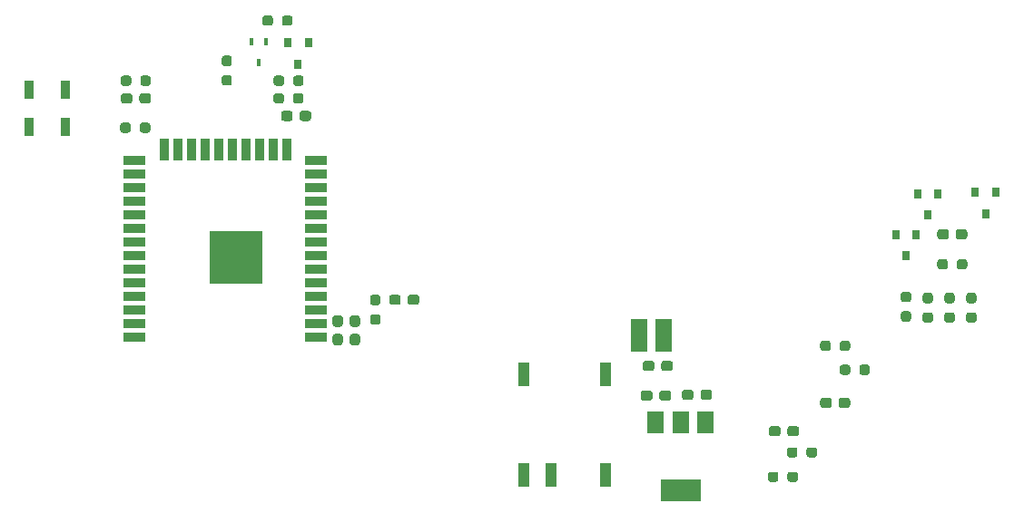
<source format=gbr>
%TF.GenerationSoftware,KiCad,Pcbnew,(5.1.7)-1*%
%TF.CreationDate,2020-12-15T16:08:46+01:00*%
%TF.ProjectId,EZ-PY32,455a2d50-5933-4322-9e6b-696361645f70,rev?*%
%TF.SameCoordinates,Original*%
%TF.FileFunction,Paste,Top*%
%TF.FilePolarity,Positive*%
%FSLAX46Y46*%
G04 Gerber Fmt 4.6, Leading zero omitted, Abs format (unit mm)*
G04 Created by KiCad (PCBNEW (5.1.7)-1) date 2020-12-15 16:08:46*
%MOMM*%
%LPD*%
G01*
G04 APERTURE LIST*
%ADD10R,1.000000X2.300000*%
%ADD11R,5.000000X5.000000*%
%ADD12R,2.000000X0.900000*%
%ADD13R,0.900000X2.000000*%
%ADD14R,0.900000X1.700000*%
%ADD15R,1.500000X2.000000*%
%ADD16R,3.800000X2.000000*%
%ADD17R,0.800000X0.900000*%
%ADD18R,0.450000X0.700000*%
%ADD19R,1.520000X3.050000*%
G04 APERTURE END LIST*
%TO.C,C4*%
G36*
G01*
X89945360Y-104354380D02*
X89945360Y-104829380D01*
G75*
G02*
X89707860Y-105066880I-237500J0D01*
G01*
X89107860Y-105066880D01*
G75*
G02*
X88870360Y-104829380I0J237500D01*
G01*
X88870360Y-104354380D01*
G75*
G02*
X89107860Y-104116880I237500J0D01*
G01*
X89707860Y-104116880D01*
G75*
G02*
X89945360Y-104354380I0J-237500D01*
G01*
G37*
G36*
G01*
X88220360Y-104354380D02*
X88220360Y-104829380D01*
G75*
G02*
X87982860Y-105066880I-237500J0D01*
G01*
X87382860Y-105066880D01*
G75*
G02*
X87145360Y-104829380I0J237500D01*
G01*
X87145360Y-104354380D01*
G75*
G02*
X87382860Y-104116880I237500J0D01*
G01*
X87982860Y-104116880D01*
G75*
G02*
X88220360Y-104354380I0J-237500D01*
G01*
G37*
%TD*%
D10*
%TO.C,U1*%
X76009500Y-114785500D03*
X78549500Y-114785500D03*
X83629500Y-114785500D03*
X76009500Y-105385500D03*
X83629500Y-105385500D03*
%TD*%
%TO.C,R10*%
G36*
G01*
X54539700Y-79843000D02*
X54539700Y-79368000D01*
G75*
G02*
X54777200Y-79130500I237500J0D01*
G01*
X55277200Y-79130500D01*
G75*
G02*
X55514700Y-79368000I0J-237500D01*
G01*
X55514700Y-79843000D01*
G75*
G02*
X55277200Y-80080500I-237500J0D01*
G01*
X54777200Y-80080500D01*
G75*
G02*
X54539700Y-79843000I0J237500D01*
G01*
G37*
G36*
G01*
X52714700Y-79843000D02*
X52714700Y-79368000D01*
G75*
G02*
X52952200Y-79130500I237500J0D01*
G01*
X53452200Y-79130500D01*
G75*
G02*
X53689700Y-79368000I0J-237500D01*
G01*
X53689700Y-79843000D01*
G75*
G02*
X53452200Y-80080500I-237500J0D01*
G01*
X52952200Y-80080500D01*
G75*
G02*
X52714700Y-79843000I0J237500D01*
G01*
G37*
%TD*%
%TO.C,R6*%
G36*
G01*
X113491000Y-99588500D02*
X113966000Y-99588500D01*
G75*
G02*
X114203500Y-99826000I0J-237500D01*
G01*
X114203500Y-100326000D01*
G75*
G02*
X113966000Y-100563500I-237500J0D01*
G01*
X113491000Y-100563500D01*
G75*
G02*
X113253500Y-100326000I0J237500D01*
G01*
X113253500Y-99826000D01*
G75*
G02*
X113491000Y-99588500I237500J0D01*
G01*
G37*
G36*
G01*
X113491000Y-97763500D02*
X113966000Y-97763500D01*
G75*
G02*
X114203500Y-98001000I0J-237500D01*
G01*
X114203500Y-98501000D01*
G75*
G02*
X113966000Y-98738500I-237500J0D01*
G01*
X113491000Y-98738500D01*
G75*
G02*
X113253500Y-98501000I0J237500D01*
G01*
X113253500Y-98001000D01*
G75*
G02*
X113491000Y-97763500I237500J0D01*
G01*
G37*
%TD*%
%TO.C,R5*%
G36*
G01*
X111459000Y-99485000D02*
X111934000Y-99485000D01*
G75*
G02*
X112171500Y-99722500I0J-237500D01*
G01*
X112171500Y-100222500D01*
G75*
G02*
X111934000Y-100460000I-237500J0D01*
G01*
X111459000Y-100460000D01*
G75*
G02*
X111221500Y-100222500I0J237500D01*
G01*
X111221500Y-99722500D01*
G75*
G02*
X111459000Y-99485000I237500J0D01*
G01*
G37*
G36*
G01*
X111459000Y-97660000D02*
X111934000Y-97660000D01*
G75*
G02*
X112171500Y-97897500I0J-237500D01*
G01*
X112171500Y-98397500D01*
G75*
G02*
X111934000Y-98635000I-237500J0D01*
G01*
X111459000Y-98635000D01*
G75*
G02*
X111221500Y-98397500I0J237500D01*
G01*
X111221500Y-97897500D01*
G75*
G02*
X111459000Y-97660000I237500J0D01*
G01*
G37*
%TD*%
D11*
%TO.C,U3*%
X49196500Y-94417500D03*
D12*
X56696500Y-101917500D03*
X56696500Y-100647500D03*
X56696500Y-99377500D03*
X56696500Y-98107500D03*
X56696500Y-96837500D03*
X56696500Y-95567500D03*
X56696500Y-94297500D03*
X56696500Y-93027500D03*
X56696500Y-91757500D03*
X56696500Y-90487500D03*
X56696500Y-89217500D03*
X56696500Y-87947500D03*
X56696500Y-86677500D03*
X56696500Y-85407500D03*
D13*
X53911500Y-84407500D03*
X52641500Y-84407500D03*
X51371500Y-84407500D03*
X50101500Y-84407500D03*
X48831500Y-84407500D03*
X47561500Y-84407500D03*
X46291500Y-84407500D03*
X45021500Y-84407500D03*
X43751500Y-84407500D03*
X42481500Y-84407500D03*
D12*
X39696500Y-85407500D03*
X39696500Y-86677500D03*
X39696500Y-87947500D03*
X39696500Y-89217500D03*
X39696500Y-90487500D03*
X39696500Y-91757500D03*
X39696500Y-93027500D03*
X39696500Y-94297500D03*
X39696500Y-95567500D03*
X39696500Y-96837500D03*
X39696500Y-98107500D03*
X39696500Y-99377500D03*
X39696500Y-100647500D03*
X39696500Y-101917500D03*
%TD*%
D14*
%TO.C,SW1*%
X33323000Y-78803500D03*
X29923000Y-78803500D03*
%TD*%
%TO.C,R14*%
G36*
G01*
X39440300Y-77717000D02*
X39440300Y-78192000D01*
G75*
G02*
X39202800Y-78429500I-237500J0D01*
G01*
X38702800Y-78429500D01*
G75*
G02*
X38465300Y-78192000I0J237500D01*
G01*
X38465300Y-77717000D01*
G75*
G02*
X38702800Y-77479500I237500J0D01*
G01*
X39202800Y-77479500D01*
G75*
G02*
X39440300Y-77717000I0J-237500D01*
G01*
G37*
G36*
G01*
X41265300Y-77717000D02*
X41265300Y-78192000D01*
G75*
G02*
X41027800Y-78429500I-237500J0D01*
G01*
X40527800Y-78429500D01*
G75*
G02*
X40290300Y-78192000I0J237500D01*
G01*
X40290300Y-77717000D01*
G75*
G02*
X40527800Y-77479500I237500J0D01*
G01*
X41027800Y-77479500D01*
G75*
G02*
X41265300Y-77717000I0J-237500D01*
G01*
G37*
%TD*%
%TO.C,C3*%
G36*
G01*
X116339500Y-92543000D02*
X116339500Y-92068000D01*
G75*
G02*
X116577000Y-91830500I237500J0D01*
G01*
X117177000Y-91830500D01*
G75*
G02*
X117414500Y-92068000I0J-237500D01*
G01*
X117414500Y-92543000D01*
G75*
G02*
X117177000Y-92780500I-237500J0D01*
G01*
X116577000Y-92780500D01*
G75*
G02*
X116339500Y-92543000I0J237500D01*
G01*
G37*
G36*
G01*
X114614500Y-92543000D02*
X114614500Y-92068000D01*
G75*
G02*
X114852000Y-91830500I237500J0D01*
G01*
X115452000Y-91830500D01*
G75*
G02*
X115689500Y-92068000I0J-237500D01*
G01*
X115689500Y-92543000D01*
G75*
G02*
X115452000Y-92780500I-237500J0D01*
G01*
X114852000Y-92780500D01*
G75*
G02*
X114614500Y-92543000I0J237500D01*
G01*
G37*
%TD*%
%TO.C,C9*%
G36*
G01*
X39540300Y-79368000D02*
X39540300Y-79843000D01*
G75*
G02*
X39302800Y-80080500I-237500J0D01*
G01*
X38702800Y-80080500D01*
G75*
G02*
X38465300Y-79843000I0J237500D01*
G01*
X38465300Y-79368000D01*
G75*
G02*
X38702800Y-79130500I237500J0D01*
G01*
X39302800Y-79130500D01*
G75*
G02*
X39540300Y-79368000I0J-237500D01*
G01*
G37*
G36*
G01*
X41265300Y-79368000D02*
X41265300Y-79843000D01*
G75*
G02*
X41027800Y-80080500I-237500J0D01*
G01*
X40427800Y-80080500D01*
G75*
G02*
X40190300Y-79843000I0J237500D01*
G01*
X40190300Y-79368000D01*
G75*
G02*
X40427800Y-79130500I237500J0D01*
G01*
X41027800Y-79130500D01*
G75*
G02*
X41265300Y-79368000I0J-237500D01*
G01*
G37*
%TD*%
%TO.C,R11*%
G36*
G01*
X53689700Y-77717000D02*
X53689700Y-78192000D01*
G75*
G02*
X53452200Y-78429500I-237500J0D01*
G01*
X52952200Y-78429500D01*
G75*
G02*
X52714700Y-78192000I0J237500D01*
G01*
X52714700Y-77717000D01*
G75*
G02*
X52952200Y-77479500I237500J0D01*
G01*
X53452200Y-77479500D01*
G75*
G02*
X53689700Y-77717000I0J-237500D01*
G01*
G37*
G36*
G01*
X55514700Y-77717000D02*
X55514700Y-78192000D01*
G75*
G02*
X55277200Y-78429500I-237500J0D01*
G01*
X54777200Y-78429500D01*
G75*
G02*
X54539700Y-78192000I0J237500D01*
G01*
X54539700Y-77717000D01*
G75*
G02*
X54777200Y-77479500I237500J0D01*
G01*
X55277200Y-77479500D01*
G75*
G02*
X55514700Y-77717000I0J-237500D01*
G01*
G37*
%TD*%
%TO.C,R15*%
G36*
G01*
X39389500Y-82111200D02*
X39389500Y-82586200D01*
G75*
G02*
X39152000Y-82823700I-237500J0D01*
G01*
X38652000Y-82823700D01*
G75*
G02*
X38414500Y-82586200I0J237500D01*
G01*
X38414500Y-82111200D01*
G75*
G02*
X38652000Y-81873700I237500J0D01*
G01*
X39152000Y-81873700D01*
G75*
G02*
X39389500Y-82111200I0J-237500D01*
G01*
G37*
G36*
G01*
X41214500Y-82111200D02*
X41214500Y-82586200D01*
G75*
G02*
X40977000Y-82823700I-237500J0D01*
G01*
X40477000Y-82823700D01*
G75*
G02*
X40239500Y-82586200I0J237500D01*
G01*
X40239500Y-82111200D01*
G75*
G02*
X40477000Y-81873700I237500J0D01*
G01*
X40977000Y-81873700D01*
G75*
G02*
X41214500Y-82111200I0J-237500D01*
G01*
G37*
%TD*%
%TO.C,C1*%
G36*
G01*
X99992300Y-110457600D02*
X99992300Y-110932600D01*
G75*
G02*
X99754800Y-111170100I-237500J0D01*
G01*
X99154800Y-111170100D01*
G75*
G02*
X98917300Y-110932600I0J237500D01*
G01*
X98917300Y-110457600D01*
G75*
G02*
X99154800Y-110220100I237500J0D01*
G01*
X99754800Y-110220100D01*
G75*
G02*
X99992300Y-110457600I0J-237500D01*
G01*
G37*
G36*
G01*
X101717300Y-110457600D02*
X101717300Y-110932600D01*
G75*
G02*
X101479800Y-111170100I-237500J0D01*
G01*
X100879800Y-111170100D01*
G75*
G02*
X100642300Y-110932600I0J237500D01*
G01*
X100642300Y-110457600D01*
G75*
G02*
X100879800Y-110220100I237500J0D01*
G01*
X101479800Y-110220100D01*
G75*
G02*
X101717300Y-110457600I0J-237500D01*
G01*
G37*
%TD*%
%TO.C,C2*%
G36*
G01*
X104767500Y-107816000D02*
X104767500Y-108291000D01*
G75*
G02*
X104530000Y-108528500I-237500J0D01*
G01*
X103930000Y-108528500D01*
G75*
G02*
X103692500Y-108291000I0J237500D01*
G01*
X103692500Y-107816000D01*
G75*
G02*
X103930000Y-107578500I237500J0D01*
G01*
X104530000Y-107578500D01*
G75*
G02*
X104767500Y-107816000I0J-237500D01*
G01*
G37*
G36*
G01*
X106492500Y-107816000D02*
X106492500Y-108291000D01*
G75*
G02*
X106255000Y-108528500I-237500J0D01*
G01*
X105655000Y-108528500D01*
G75*
G02*
X105417500Y-108291000I0J237500D01*
G01*
X105417500Y-107816000D01*
G75*
G02*
X105655000Y-107578500I237500J0D01*
G01*
X106255000Y-107578500D01*
G75*
G02*
X106492500Y-107816000I0J-237500D01*
G01*
G37*
%TD*%
%TO.C,C6*%
G36*
G01*
X88045360Y-107129380D02*
X88045360Y-107604380D01*
G75*
G02*
X87807860Y-107841880I-237500J0D01*
G01*
X87207860Y-107841880D01*
G75*
G02*
X86970360Y-107604380I0J237500D01*
G01*
X86970360Y-107129380D01*
G75*
G02*
X87207860Y-106891880I237500J0D01*
G01*
X87807860Y-106891880D01*
G75*
G02*
X88045360Y-107129380I0J-237500D01*
G01*
G37*
G36*
G01*
X89770360Y-107129380D02*
X89770360Y-107604380D01*
G75*
G02*
X89532860Y-107841880I-237500J0D01*
G01*
X88932860Y-107841880D01*
G75*
G02*
X88695360Y-107604380I0J237500D01*
G01*
X88695360Y-107129380D01*
G75*
G02*
X88932860Y-106891880I237500J0D01*
G01*
X89532860Y-106891880D01*
G75*
G02*
X89770360Y-107129380I0J-237500D01*
G01*
G37*
%TD*%
%TO.C,C7*%
G36*
G01*
X92520360Y-107529380D02*
X92520360Y-107054380D01*
G75*
G02*
X92757860Y-106816880I237500J0D01*
G01*
X93357860Y-106816880D01*
G75*
G02*
X93595360Y-107054380I0J-237500D01*
G01*
X93595360Y-107529380D01*
G75*
G02*
X93357860Y-107766880I-237500J0D01*
G01*
X92757860Y-107766880D01*
G75*
G02*
X92520360Y-107529380I0J237500D01*
G01*
G37*
G36*
G01*
X90795360Y-107529380D02*
X90795360Y-107054380D01*
G75*
G02*
X91032860Y-106816880I237500J0D01*
G01*
X91632860Y-106816880D01*
G75*
G02*
X91870360Y-107054380I0J-237500D01*
G01*
X91870360Y-107529380D01*
G75*
G02*
X91632860Y-107766880I-237500J0D01*
G01*
X91032860Y-107766880D01*
G75*
G02*
X90795360Y-107529380I0J237500D01*
G01*
G37*
%TD*%
%TO.C,C8*%
G36*
G01*
X54495360Y-81004380D02*
X54495360Y-81479380D01*
G75*
G02*
X54257860Y-81716880I-237500J0D01*
G01*
X53657860Y-81716880D01*
G75*
G02*
X53420360Y-81479380I0J237500D01*
G01*
X53420360Y-81004380D01*
G75*
G02*
X53657860Y-80766880I237500J0D01*
G01*
X54257860Y-80766880D01*
G75*
G02*
X54495360Y-81004380I0J-237500D01*
G01*
G37*
G36*
G01*
X56220360Y-81004380D02*
X56220360Y-81479380D01*
G75*
G02*
X55982860Y-81716880I-237500J0D01*
G01*
X55382860Y-81716880D01*
G75*
G02*
X55145360Y-81479380I0J237500D01*
G01*
X55145360Y-81004380D01*
G75*
G02*
X55382860Y-80766880I237500J0D01*
G01*
X55982860Y-80766880D01*
G75*
G02*
X56220360Y-81004380I0J-237500D01*
G01*
G37*
%TD*%
%TO.C,C10*%
G36*
G01*
X60057860Y-101591880D02*
X60532860Y-101591880D01*
G75*
G02*
X60770360Y-101829380I0J-237500D01*
G01*
X60770360Y-102429380D01*
G75*
G02*
X60532860Y-102666880I-237500J0D01*
G01*
X60057860Y-102666880D01*
G75*
G02*
X59820360Y-102429380I0J237500D01*
G01*
X59820360Y-101829380D01*
G75*
G02*
X60057860Y-101591880I237500J0D01*
G01*
G37*
G36*
G01*
X60057860Y-99866880D02*
X60532860Y-99866880D01*
G75*
G02*
X60770360Y-100104380I0J-237500D01*
G01*
X60770360Y-100704380D01*
G75*
G02*
X60532860Y-100941880I-237500J0D01*
G01*
X60057860Y-100941880D01*
G75*
G02*
X59820360Y-100704380I0J237500D01*
G01*
X59820360Y-100104380D01*
G75*
G02*
X60057860Y-99866880I237500J0D01*
G01*
G37*
%TD*%
%TO.C,C12*%
G36*
G01*
X58457860Y-101591880D02*
X58932860Y-101591880D01*
G75*
G02*
X59170360Y-101829380I0J-237500D01*
G01*
X59170360Y-102429380D01*
G75*
G02*
X58932860Y-102666880I-237500J0D01*
G01*
X58457860Y-102666880D01*
G75*
G02*
X58220360Y-102429380I0J237500D01*
G01*
X58220360Y-101829380D01*
G75*
G02*
X58457860Y-101591880I237500J0D01*
G01*
G37*
G36*
G01*
X58457860Y-99866880D02*
X58932860Y-99866880D01*
G75*
G02*
X59170360Y-100104380I0J-237500D01*
G01*
X59170360Y-100704380D01*
G75*
G02*
X58932860Y-100941880I-237500J0D01*
G01*
X58457860Y-100941880D01*
G75*
G02*
X58220360Y-100704380I0J237500D01*
G01*
X58220360Y-100104380D01*
G75*
G02*
X58457860Y-99866880I237500J0D01*
G01*
G37*
%TD*%
%TO.C,R1*%
G36*
G01*
X102418700Y-112913800D02*
X102418700Y-112438800D01*
G75*
G02*
X102656200Y-112201300I237500J0D01*
G01*
X103156200Y-112201300D01*
G75*
G02*
X103393700Y-112438800I0J-237500D01*
G01*
X103393700Y-112913800D01*
G75*
G02*
X103156200Y-113151300I-237500J0D01*
G01*
X102656200Y-113151300D01*
G75*
G02*
X102418700Y-112913800I0J237500D01*
G01*
G37*
G36*
G01*
X100593700Y-112913800D02*
X100593700Y-112438800D01*
G75*
G02*
X100831200Y-112201300I237500J0D01*
G01*
X101331200Y-112201300D01*
G75*
G02*
X101568700Y-112438800I0J-237500D01*
G01*
X101568700Y-112913800D01*
G75*
G02*
X101331200Y-113151300I-237500J0D01*
G01*
X100831200Y-113151300D01*
G75*
G02*
X100593700Y-112913800I0J237500D01*
G01*
G37*
%TD*%
%TO.C,R2*%
G36*
G01*
X107346300Y-105192200D02*
X107346300Y-104717200D01*
G75*
G02*
X107583800Y-104479700I237500J0D01*
G01*
X108083800Y-104479700D01*
G75*
G02*
X108321300Y-104717200I0J-237500D01*
G01*
X108321300Y-105192200D01*
G75*
G02*
X108083800Y-105429700I-237500J0D01*
G01*
X107583800Y-105429700D01*
G75*
G02*
X107346300Y-105192200I0J237500D01*
G01*
G37*
G36*
G01*
X105521300Y-105192200D02*
X105521300Y-104717200D01*
G75*
G02*
X105758800Y-104479700I237500J0D01*
G01*
X106258800Y-104479700D01*
G75*
G02*
X106496300Y-104717200I0J-237500D01*
G01*
X106496300Y-105192200D01*
G75*
G02*
X106258800Y-105429700I-237500J0D01*
G01*
X105758800Y-105429700D01*
G75*
G02*
X105521300Y-105192200I0J237500D01*
G01*
G37*
%TD*%
%TO.C,R3*%
G36*
G01*
X100640700Y-115199800D02*
X100640700Y-114724800D01*
G75*
G02*
X100878200Y-114487300I237500J0D01*
G01*
X101378200Y-114487300D01*
G75*
G02*
X101615700Y-114724800I0J-237500D01*
G01*
X101615700Y-115199800D01*
G75*
G02*
X101378200Y-115437300I-237500J0D01*
G01*
X100878200Y-115437300D01*
G75*
G02*
X100640700Y-115199800I0J237500D01*
G01*
G37*
G36*
G01*
X98815700Y-115199800D02*
X98815700Y-114724800D01*
G75*
G02*
X99053200Y-114487300I237500J0D01*
G01*
X99553200Y-114487300D01*
G75*
G02*
X99790700Y-114724800I0J-237500D01*
G01*
X99790700Y-115199800D01*
G75*
G02*
X99553200Y-115437300I-237500J0D01*
G01*
X99053200Y-115437300D01*
G75*
G02*
X98815700Y-115199800I0J237500D01*
G01*
G37*
%TD*%
%TO.C,R4*%
G36*
G01*
X104667500Y-102482000D02*
X104667500Y-102957000D01*
G75*
G02*
X104430000Y-103194500I-237500J0D01*
G01*
X103930000Y-103194500D01*
G75*
G02*
X103692500Y-102957000I0J237500D01*
G01*
X103692500Y-102482000D01*
G75*
G02*
X103930000Y-102244500I237500J0D01*
G01*
X104430000Y-102244500D01*
G75*
G02*
X104667500Y-102482000I0J-237500D01*
G01*
G37*
G36*
G01*
X106492500Y-102482000D02*
X106492500Y-102957000D01*
G75*
G02*
X106255000Y-103194500I-237500J0D01*
G01*
X105755000Y-103194500D01*
G75*
G02*
X105517500Y-102957000I0J237500D01*
G01*
X105517500Y-102482000D01*
G75*
G02*
X105755000Y-102244500I237500J0D01*
G01*
X106255000Y-102244500D01*
G75*
G02*
X106492500Y-102482000I0J-237500D01*
G01*
G37*
%TD*%
%TO.C,R8*%
G36*
G01*
X115523000Y-99588500D02*
X115998000Y-99588500D01*
G75*
G02*
X116235500Y-99826000I0J-237500D01*
G01*
X116235500Y-100326000D01*
G75*
G02*
X115998000Y-100563500I-237500J0D01*
G01*
X115523000Y-100563500D01*
G75*
G02*
X115285500Y-100326000I0J237500D01*
G01*
X115285500Y-99826000D01*
G75*
G02*
X115523000Y-99588500I237500J0D01*
G01*
G37*
G36*
G01*
X115523000Y-97763500D02*
X115998000Y-97763500D01*
G75*
G02*
X116235500Y-98001000I0J-237500D01*
G01*
X116235500Y-98501000D01*
G75*
G02*
X115998000Y-98738500I-237500J0D01*
G01*
X115523000Y-98738500D01*
G75*
G02*
X115285500Y-98501000I0J237500D01*
G01*
X115285500Y-98001000D01*
G75*
G02*
X115523000Y-97763500I237500J0D01*
G01*
G37*
%TD*%
%TO.C,R9*%
G36*
G01*
X116439500Y-95337000D02*
X116439500Y-94862000D01*
G75*
G02*
X116677000Y-94624500I237500J0D01*
G01*
X117177000Y-94624500D01*
G75*
G02*
X117414500Y-94862000I0J-237500D01*
G01*
X117414500Y-95337000D01*
G75*
G02*
X117177000Y-95574500I-237500J0D01*
G01*
X116677000Y-95574500D01*
G75*
G02*
X116439500Y-95337000I0J237500D01*
G01*
G37*
G36*
G01*
X114614500Y-95337000D02*
X114614500Y-94862000D01*
G75*
G02*
X114852000Y-94624500I237500J0D01*
G01*
X115352000Y-94624500D01*
G75*
G02*
X115589500Y-94862000I0J-237500D01*
G01*
X115589500Y-95337000D01*
G75*
G02*
X115352000Y-95574500I-237500J0D01*
G01*
X114852000Y-95574500D01*
G75*
G02*
X114614500Y-95337000I0J237500D01*
G01*
G37*
%TD*%
%TO.C,R7*%
G36*
G01*
X117555000Y-99588500D02*
X118030000Y-99588500D01*
G75*
G02*
X118267500Y-99826000I0J-237500D01*
G01*
X118267500Y-100326000D01*
G75*
G02*
X118030000Y-100563500I-237500J0D01*
G01*
X117555000Y-100563500D01*
G75*
G02*
X117317500Y-100326000I0J237500D01*
G01*
X117317500Y-99826000D01*
G75*
G02*
X117555000Y-99588500I237500J0D01*
G01*
G37*
G36*
G01*
X117555000Y-97763500D02*
X118030000Y-97763500D01*
G75*
G02*
X118267500Y-98001000I0J-237500D01*
G01*
X118267500Y-98501000D01*
G75*
G02*
X118030000Y-98738500I-237500J0D01*
G01*
X117555000Y-98738500D01*
G75*
G02*
X117317500Y-98501000I0J237500D01*
G01*
X117317500Y-98001000D01*
G75*
G02*
X117555000Y-97763500I237500J0D01*
G01*
G37*
%TD*%
D15*
%TO.C,U2*%
X92964500Y-109892500D03*
X88364500Y-109892500D03*
X90664500Y-109892500D03*
D16*
X90664500Y-116192500D03*
%TD*%
D17*
%TO.C,Q4*%
X55003700Y-76414500D03*
X54053700Y-74414500D03*
X55953700Y-74414500D03*
%TD*%
D18*
%TO.C,Q5*%
X51320700Y-76287500D03*
X50670700Y-74287500D03*
X51970700Y-74287500D03*
%TD*%
%TO.C,R12*%
G36*
G01*
X48111400Y-77439700D02*
X48586400Y-77439700D01*
G75*
G02*
X48823900Y-77677200I0J-237500D01*
G01*
X48823900Y-78177200D01*
G75*
G02*
X48586400Y-78414700I-237500J0D01*
G01*
X48111400Y-78414700D01*
G75*
G02*
X47873900Y-78177200I0J237500D01*
G01*
X47873900Y-77677200D01*
G75*
G02*
X48111400Y-77439700I237500J0D01*
G01*
G37*
G36*
G01*
X48111400Y-75614700D02*
X48586400Y-75614700D01*
G75*
G02*
X48823900Y-75852200I0J-237500D01*
G01*
X48823900Y-76352200D01*
G75*
G02*
X48586400Y-76589700I-237500J0D01*
G01*
X48111400Y-76589700D01*
G75*
G02*
X47873900Y-76352200I0J237500D01*
G01*
X47873900Y-75852200D01*
G75*
G02*
X48111400Y-75614700I237500J0D01*
G01*
G37*
%TD*%
%TO.C,R13*%
G36*
G01*
X54473300Y-72103600D02*
X54473300Y-72578600D01*
G75*
G02*
X54235800Y-72816100I-237500J0D01*
G01*
X53735800Y-72816100D01*
G75*
G02*
X53498300Y-72578600I0J237500D01*
G01*
X53498300Y-72103600D01*
G75*
G02*
X53735800Y-71866100I237500J0D01*
G01*
X54235800Y-71866100D01*
G75*
G02*
X54473300Y-72103600I0J-237500D01*
G01*
G37*
G36*
G01*
X52648300Y-72103600D02*
X52648300Y-72578600D01*
G75*
G02*
X52410800Y-72816100I-237500J0D01*
G01*
X51910800Y-72816100D01*
G75*
G02*
X51673300Y-72578600I0J237500D01*
G01*
X51673300Y-72103600D01*
G75*
G02*
X51910800Y-71866100I237500J0D01*
G01*
X52410800Y-71866100D01*
G75*
G02*
X52648300Y-72103600I0J-237500D01*
G01*
G37*
%TD*%
D17*
%TO.C,Q1*%
X120063300Y-88375100D03*
X118163300Y-88375100D03*
X119113300Y-90375100D03*
%TD*%
%TO.C,Q2*%
X113728500Y-90511500D03*
X112778500Y-88511500D03*
X114678500Y-88511500D03*
%TD*%
%TO.C,Q3*%
X112646500Y-92321500D03*
X110746500Y-92321500D03*
X111696500Y-94321500D03*
%TD*%
D14*
%TO.C,SW2*%
X29923000Y-82296000D03*
X33323000Y-82296000D03*
%TD*%
%TO.C,C5*%
G36*
G01*
X65220360Y-98654380D02*
X65220360Y-98179380D01*
G75*
G02*
X65457860Y-97941880I237500J0D01*
G01*
X66057860Y-97941880D01*
G75*
G02*
X66295360Y-98179380I0J-237500D01*
G01*
X66295360Y-98654380D01*
G75*
G02*
X66057860Y-98891880I-237500J0D01*
G01*
X65457860Y-98891880D01*
G75*
G02*
X65220360Y-98654380I0J237500D01*
G01*
G37*
G36*
G01*
X63495360Y-98654380D02*
X63495360Y-98179380D01*
G75*
G02*
X63732860Y-97941880I237500J0D01*
G01*
X64332860Y-97941880D01*
G75*
G02*
X64570360Y-98179380I0J-237500D01*
G01*
X64570360Y-98654380D01*
G75*
G02*
X64332860Y-98891880I-237500J0D01*
G01*
X63732860Y-98891880D01*
G75*
G02*
X63495360Y-98654380I0J237500D01*
G01*
G37*
%TD*%
%TO.C,R17*%
G36*
G01*
X62432860Y-100741880D02*
X61957860Y-100741880D01*
G75*
G02*
X61720360Y-100504380I0J237500D01*
G01*
X61720360Y-100004380D01*
G75*
G02*
X61957860Y-99766880I237500J0D01*
G01*
X62432860Y-99766880D01*
G75*
G02*
X62670360Y-100004380I0J-237500D01*
G01*
X62670360Y-100504380D01*
G75*
G02*
X62432860Y-100741880I-237500J0D01*
G01*
G37*
G36*
G01*
X62432860Y-98916880D02*
X61957860Y-98916880D01*
G75*
G02*
X61720360Y-98679380I0J237500D01*
G01*
X61720360Y-98179380D01*
G75*
G02*
X61957860Y-97941880I237500J0D01*
G01*
X62432860Y-97941880D01*
G75*
G02*
X62670360Y-98179380I0J-237500D01*
G01*
X62670360Y-98679380D01*
G75*
G02*
X62432860Y-98916880I-237500J0D01*
G01*
G37*
%TD*%
D19*
%TO.C,L1*%
X89115360Y-101716880D03*
X86825360Y-101716880D03*
%TD*%
M02*

</source>
